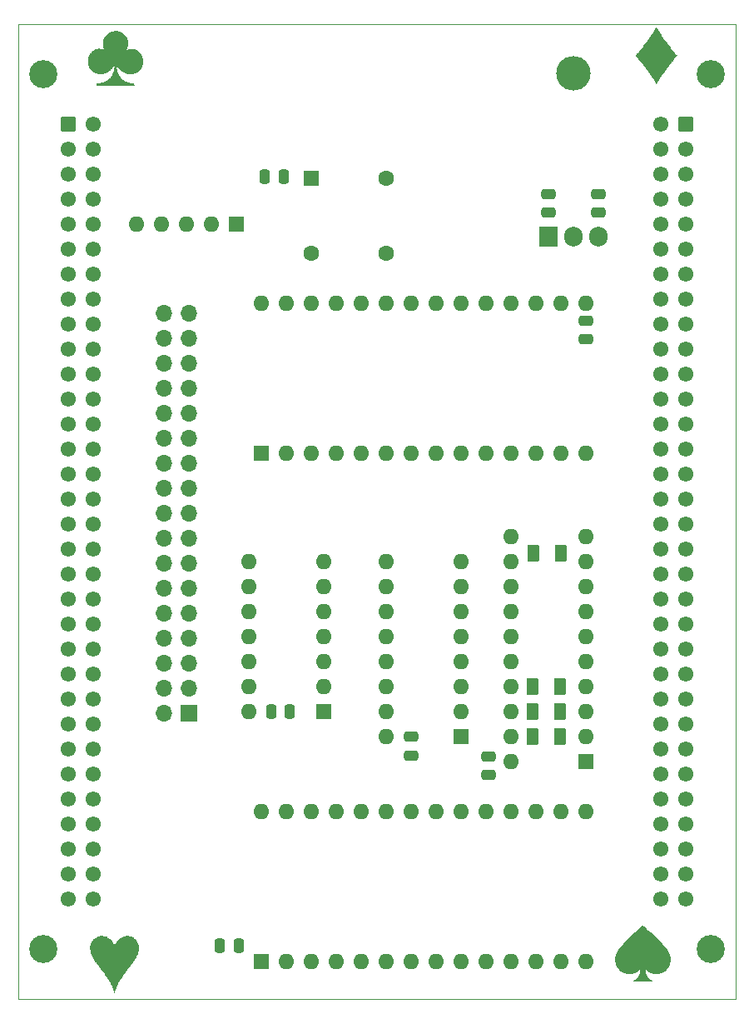
<source format=gbr>
%TF.GenerationSoftware,KiCad,Pcbnew,7.0.11+1*%
%TF.CreationDate,2024-05-07T21:52:51+02:00*%
%TF.ProjectId,QL_MiniTrump3,514c5f4d-696e-4695-9472-756d70332e6b,01*%
%TF.SameCoordinates,Original*%
%TF.FileFunction,Soldermask,Bot*%
%TF.FilePolarity,Negative*%
%FSLAX46Y46*%
G04 Gerber Fmt 4.6, Leading zero omitted, Abs format (unit mm)*
G04 Created by KiCad (PCBNEW 7.0.11+1) date 2024-05-07 21:52:51*
%MOMM*%
%LPD*%
G01*
G04 APERTURE LIST*
G04 Aperture macros list*
%AMRoundRect*
0 Rectangle with rounded corners*
0 $1 Rounding radius*
0 $2 $3 $4 $5 $6 $7 $8 $9 X,Y pos of 4 corners*
0 Add a 4 corners polygon primitive as box body*
4,1,4,$2,$3,$4,$5,$6,$7,$8,$9,$2,$3,0*
0 Add four circle primitives for the rounded corners*
1,1,$1+$1,$2,$3*
1,1,$1+$1,$4,$5*
1,1,$1+$1,$6,$7*
1,1,$1+$1,$8,$9*
0 Add four rect primitives between the rounded corners*
20,1,$1+$1,$2,$3,$4,$5,0*
20,1,$1+$1,$4,$5,$6,$7,0*
20,1,$1+$1,$6,$7,$8,$9,0*
20,1,$1+$1,$8,$9,$2,$3,0*%
G04 Aperture macros list end*
%ADD10C,0.010000*%
%ADD11C,0.300000*%
%ADD12O,3.500000X3.500000*%
%ADD13R,1.905000X2.000000*%
%ADD14O,1.905000X2.000000*%
%ADD15R,1.600000X1.600000*%
%ADD16O,1.600000X1.600000*%
%ADD17C,2.850000*%
%ADD18RoundRect,0.249999X-0.525001X0.525001X-0.525001X-0.525001X0.525001X-0.525001X0.525001X0.525001X0*%
%ADD19C,1.550000*%
%ADD20R,1.700000X1.700000*%
%ADD21O,1.700000X1.700000*%
%ADD22RoundRect,0.249999X0.525001X-0.525001X0.525001X0.525001X-0.525001X0.525001X-0.525001X-0.525001X0*%
%ADD23C,1.600000*%
%ADD24RoundRect,0.250000X0.475000X-0.250000X0.475000X0.250000X-0.475000X0.250000X-0.475000X-0.250000X0*%
%ADD25RoundRect,0.250000X-0.375000X-0.625000X0.375000X-0.625000X0.375000X0.625000X-0.375000X0.625000X0*%
%ADD26RoundRect,0.250000X-0.475000X0.250000X-0.475000X-0.250000X0.475000X-0.250000X0.475000X0.250000X0*%
%ADD27RoundRect,0.250000X0.375000X0.625000X-0.375000X0.625000X-0.375000X-0.625000X0.375000X-0.625000X0*%
%ADD28RoundRect,0.250000X-0.250000X-0.475000X0.250000X-0.475000X0.250000X0.475000X-0.250000X0.475000X0*%
%ADD29RoundRect,0.250000X0.250000X0.475000X-0.250000X0.475000X-0.250000X-0.475000X0.250000X-0.475000X0*%
%TA.AperFunction,Profile*%
%ADD30C,0.050000*%
%TD*%
G04 APERTURE END LIST*
D10*
X192129788Y-136104410D02*
X192353507Y-136288600D01*
X192583720Y-136483297D01*
X192702279Y-136586212D01*
X192823681Y-136693706D01*
X192948035Y-136806202D01*
X193074190Y-136922613D01*
X193200703Y-137041601D01*
X193326131Y-137161830D01*
X193449033Y-137281962D01*
X193567963Y-137400659D01*
X193681481Y-137516584D01*
X193788143Y-137628398D01*
X193886811Y-137735099D01*
X193977583Y-137836713D01*
X194060865Y-137933593D01*
X194137063Y-138026088D01*
X194206582Y-138114549D01*
X194269828Y-138199327D01*
X194327208Y-138280771D01*
X194379126Y-138359233D01*
X194403156Y-138397448D01*
X194425957Y-138435019D01*
X194447564Y-138471971D01*
X194468010Y-138508327D01*
X194487330Y-138544111D01*
X194505559Y-138579346D01*
X194522730Y-138614056D01*
X194538878Y-138648265D01*
X194554037Y-138681996D01*
X194568242Y-138715273D01*
X194593924Y-138780559D01*
X194616198Y-138844311D01*
X194635339Y-138906719D01*
X194651570Y-138968051D01*
X194658606Y-138998420D01*
X194664918Y-139028669D01*
X194670504Y-139058856D01*
X194675361Y-139089038D01*
X194679487Y-139119275D01*
X194682878Y-139149623D01*
X194685533Y-139180142D01*
X194687448Y-139210890D01*
X194688621Y-139241923D01*
X194689049Y-139273302D01*
X194688729Y-139305083D01*
X194687660Y-139337324D01*
X194685837Y-139370085D01*
X194683259Y-139403423D01*
X194675783Y-139471904D01*
X194665044Y-139542440D01*
X194658377Y-139578327D01*
X194650808Y-139614547D01*
X194642306Y-139651038D01*
X194632844Y-139687740D01*
X194622391Y-139724592D01*
X194610919Y-139761533D01*
X194598399Y-139798504D01*
X194584802Y-139835443D01*
X194570099Y-139872290D01*
X194554260Y-139908983D01*
X194537257Y-139945464D01*
X194519061Y-139981670D01*
X194499656Y-140017497D01*
X194479077Y-140052936D01*
X194457370Y-140087927D01*
X194434582Y-140122415D01*
X194410756Y-140156341D01*
X194385940Y-140189648D01*
X194360179Y-140222279D01*
X194333518Y-140254177D01*
X194306003Y-140285283D01*
X194277680Y-140315541D01*
X194248594Y-140344892D01*
X194218792Y-140373281D01*
X194188318Y-140400649D01*
X194157219Y-140426939D01*
X194125540Y-140452093D01*
X194093327Y-140476055D01*
X194060615Y-140498756D01*
X194027432Y-140520230D01*
X193993793Y-140540497D01*
X193959711Y-140559581D01*
X193925202Y-140577504D01*
X193890279Y-140594286D01*
X193854958Y-140609952D01*
X193819252Y-140624523D01*
X193783176Y-140638020D01*
X193746744Y-140650467D01*
X193709971Y-140661886D01*
X193672871Y-140672298D01*
X193635458Y-140681726D01*
X193597748Y-140690192D01*
X193559753Y-140697718D01*
X193521490Y-140704326D01*
X193482966Y-140710054D01*
X193444208Y-140714860D01*
X193405235Y-140718718D01*
X193366066Y-140721601D01*
X193326719Y-140723484D01*
X193287214Y-140724340D01*
X193247571Y-140724142D01*
X193207807Y-140722866D01*
X193167943Y-140720483D01*
X193127996Y-140716968D01*
X193087987Y-140712295D01*
X193047935Y-140706438D01*
X193007857Y-140699369D01*
X192967775Y-140691063D01*
X192927706Y-140681494D01*
X192887669Y-140670635D01*
X192847692Y-140658449D01*
X192807835Y-140644984D01*
X192768167Y-140630272D01*
X192728754Y-140614343D01*
X192689664Y-140597229D01*
X192650966Y-140578961D01*
X192612726Y-140559571D01*
X192575014Y-140539089D01*
X192537895Y-140517547D01*
X192501439Y-140494976D01*
X192465713Y-140471408D01*
X192430784Y-140446874D01*
X192396721Y-140421405D01*
X192363591Y-140395033D01*
X192331462Y-140367788D01*
X192300402Y-140339702D01*
X192278161Y-140318441D01*
X192256532Y-140296783D01*
X192235483Y-140274741D01*
X192214982Y-140252330D01*
X192194994Y-140229565D01*
X192175489Y-140206459D01*
X192156433Y-140183026D01*
X192137793Y-140159282D01*
X192142002Y-140244441D01*
X192146516Y-140325298D01*
X192151701Y-140402492D01*
X192157923Y-140476665D01*
X192162564Y-140522728D01*
X192167870Y-140568429D01*
X192173939Y-140613601D01*
X192180870Y-140658077D01*
X192188761Y-140701688D01*
X192197711Y-140744268D01*
X192207819Y-140785649D01*
X192219182Y-140825664D01*
X192225365Y-140845093D01*
X192231899Y-140864167D01*
X192238795Y-140882912D01*
X192246066Y-140901353D01*
X192253725Y-140919516D01*
X192261783Y-140937426D01*
X192270253Y-140955109D01*
X192279148Y-140972591D01*
X192288480Y-140989896D01*
X192298260Y-141007052D01*
X192308502Y-141024082D01*
X192319218Y-141041013D01*
X192330421Y-141057871D01*
X192342121Y-141074680D01*
X192354333Y-141091467D01*
X192367068Y-141108257D01*
X192380335Y-141125085D01*
X192394092Y-141141898D01*
X192408297Y-141158651D01*
X192422907Y-141175304D01*
X192437880Y-141191814D01*
X192453173Y-141208138D01*
X192468743Y-141224235D01*
X192484549Y-141240062D01*
X192500546Y-141255578D01*
X192516693Y-141270739D01*
X192532948Y-141285504D01*
X192549266Y-141299831D01*
X192565607Y-141313677D01*
X192581926Y-141327000D01*
X192598183Y-141339758D01*
X192614333Y-141351909D01*
X192630333Y-141363421D01*
X192646134Y-141374301D01*
X192661687Y-141384563D01*
X192676945Y-141394222D01*
X192691857Y-141403291D01*
X192706376Y-141411785D01*
X192720453Y-141419718D01*
X192734038Y-141427104D01*
X192759541Y-141440296D01*
X192782496Y-141451473D01*
X192802513Y-141460750D01*
X192819202Y-141468242D01*
X192831765Y-141474082D01*
X192835767Y-141476439D01*
X192837780Y-141478452D01*
X192837929Y-141479338D01*
X192837448Y-141480146D01*
X192834418Y-141481544D01*
X192828338Y-141482669D01*
X192818854Y-141483547D01*
X192788258Y-141484651D01*
X192739802Y-141485048D01*
X192578003Y-141484477D01*
X191909307Y-141481670D01*
X191240604Y-141484477D01*
X191147953Y-141484926D01*
X191110622Y-141485040D01*
X191078815Y-141485048D01*
X191052179Y-141484926D01*
X191030361Y-141484651D01*
X191013008Y-141484199D01*
X191005895Y-141483900D01*
X190999766Y-141483547D01*
X190994576Y-141483138D01*
X190990281Y-141482669D01*
X190986837Y-141482139D01*
X190984200Y-141481544D01*
X190982326Y-141480880D01*
X190981661Y-141480522D01*
X190981170Y-141480146D01*
X190980848Y-141479751D01*
X190980689Y-141479338D01*
X190980687Y-141478905D01*
X190980838Y-141478452D01*
X190981134Y-141477980D01*
X190981572Y-141477487D01*
X190982849Y-141476439D01*
X190984623Y-141475305D01*
X190986851Y-141474082D01*
X190992490Y-141471357D01*
X190999412Y-141468242D01*
X191036113Y-141451473D01*
X191059066Y-141440296D01*
X191084567Y-141427104D01*
X191112228Y-141411785D01*
X191141660Y-141394222D01*
X191156918Y-141384563D01*
X191172472Y-141374301D01*
X191188275Y-141363421D01*
X191204276Y-141351909D01*
X191220427Y-141339758D01*
X191236685Y-141327000D01*
X191253005Y-141313677D01*
X191269347Y-141299831D01*
X191285666Y-141285504D01*
X191301921Y-141270739D01*
X191334066Y-141240062D01*
X191365441Y-141208138D01*
X191380733Y-141191814D01*
X191395705Y-141175304D01*
X191410313Y-141158651D01*
X191424516Y-141141898D01*
X191438270Y-141125085D01*
X191451533Y-141108257D01*
X191464270Y-141091467D01*
X191476484Y-141074680D01*
X191488187Y-141057871D01*
X191499391Y-141041013D01*
X191510108Y-141024082D01*
X191520352Y-141007052D01*
X191530134Y-140989896D01*
X191539466Y-140972591D01*
X191548361Y-140955109D01*
X191556832Y-140937426D01*
X191564891Y-140919516D01*
X191572550Y-140901353D01*
X191579821Y-140882912D01*
X191586717Y-140864167D01*
X191593250Y-140845093D01*
X191599433Y-140825664D01*
X191610797Y-140785649D01*
X191620904Y-140744268D01*
X191629855Y-140701688D01*
X191637746Y-140658077D01*
X191644677Y-140613601D01*
X191650746Y-140568429D01*
X191656051Y-140522728D01*
X191660690Y-140476665D01*
X191666908Y-140402492D01*
X191672087Y-140325298D01*
X191676599Y-140244441D01*
X191680819Y-140159282D01*
X191662174Y-140182991D01*
X191643111Y-140206407D01*
X191623600Y-140229511D01*
X191603607Y-140252284D01*
X191583100Y-140274709D01*
X191562046Y-140296766D01*
X191540413Y-140318436D01*
X191518169Y-140339702D01*
X191487106Y-140367788D01*
X191454975Y-140395033D01*
X191421842Y-140421405D01*
X191387776Y-140446874D01*
X191352844Y-140471408D01*
X191317114Y-140494976D01*
X191280654Y-140517547D01*
X191243532Y-140539089D01*
X191205816Y-140559571D01*
X191167573Y-140578961D01*
X191128872Y-140597229D01*
X191089780Y-140614343D01*
X191050365Y-140630272D01*
X191010695Y-140644984D01*
X190970837Y-140658449D01*
X190930861Y-140670635D01*
X190880808Y-140683993D01*
X190830712Y-140695352D01*
X190780610Y-140704763D01*
X190730539Y-140712276D01*
X190680537Y-140717941D01*
X190630641Y-140721807D01*
X190580888Y-140723925D01*
X190531316Y-140724346D01*
X190501676Y-140723821D01*
X190472124Y-140722711D01*
X190442669Y-140721026D01*
X190413316Y-140718776D01*
X190384075Y-140715971D01*
X190354951Y-140712621D01*
X190325953Y-140708736D01*
X190297088Y-140704326D01*
X190258822Y-140697718D01*
X190220824Y-140690192D01*
X190183110Y-140681726D01*
X190145692Y-140672298D01*
X190108588Y-140661886D01*
X190071810Y-140650467D01*
X190035373Y-140638020D01*
X189999292Y-140624523D01*
X189963582Y-140609952D01*
X189928257Y-140594286D01*
X189893331Y-140577504D01*
X189858820Y-140559581D01*
X189824737Y-140540497D01*
X189791098Y-140520230D01*
X189757917Y-140498756D01*
X189725208Y-140476055D01*
X189692992Y-140452093D01*
X189661311Y-140426939D01*
X189630210Y-140400649D01*
X189599734Y-140373281D01*
X189569930Y-140344892D01*
X189540843Y-140315541D01*
X189512519Y-140285283D01*
X189485003Y-140254177D01*
X189458342Y-140222279D01*
X189432580Y-140189648D01*
X189407764Y-140156341D01*
X189383940Y-140122415D01*
X189361152Y-140087927D01*
X189339447Y-140052936D01*
X189318870Y-140017497D01*
X189299467Y-139981670D01*
X189281272Y-139945464D01*
X189264270Y-139908983D01*
X189248432Y-139872290D01*
X189233728Y-139835443D01*
X189220130Y-139798504D01*
X189207608Y-139761533D01*
X189196135Y-139724592D01*
X189185682Y-139687740D01*
X189176218Y-139651038D01*
X189167716Y-139614547D01*
X189160147Y-139578327D01*
X189153481Y-139542440D01*
X189142745Y-139471904D01*
X189135278Y-139403423D01*
X189132702Y-139370085D01*
X189130883Y-139337324D01*
X189129818Y-139305083D01*
X189129503Y-139273302D01*
X189129937Y-139241923D01*
X189131115Y-139210890D01*
X189133036Y-139180142D01*
X189135696Y-139149623D01*
X189139092Y-139119275D01*
X189143222Y-139089038D01*
X189148082Y-139058856D01*
X189153669Y-139028669D01*
X189159982Y-138998420D01*
X189167016Y-138968051D01*
X189183237Y-138906719D01*
X189202373Y-138844311D01*
X189224639Y-138780559D01*
X189250312Y-138715273D01*
X189279666Y-138648265D01*
X189312977Y-138579346D01*
X189350520Y-138508327D01*
X189392571Y-138435019D01*
X189439405Y-138359233D01*
X189491318Y-138280771D01*
X189548694Y-138199327D01*
X189611938Y-138114549D01*
X189681456Y-138026088D01*
X189757653Y-137933593D01*
X189840935Y-137836713D01*
X189931707Y-137735099D01*
X190030376Y-137628398D01*
X190137040Y-137516584D01*
X190250564Y-137400659D01*
X190369504Y-137281962D01*
X190492416Y-137161830D01*
X190617854Y-137041601D01*
X190744374Y-136922613D01*
X190870532Y-136806202D01*
X190994883Y-136693706D01*
X191116291Y-136586212D01*
X191234857Y-136483297D01*
X191350987Y-136384310D01*
X191465086Y-136288600D01*
X191688818Y-136104410D01*
X191909299Y-135925518D01*
X191909314Y-135925518D01*
X192129788Y-136104410D01*
G36*
X192129788Y-136104410D02*
G01*
X192353507Y-136288600D01*
X192583720Y-136483297D01*
X192702279Y-136586212D01*
X192823681Y-136693706D01*
X192948035Y-136806202D01*
X193074190Y-136922613D01*
X193200703Y-137041601D01*
X193326131Y-137161830D01*
X193449033Y-137281962D01*
X193567963Y-137400659D01*
X193681481Y-137516584D01*
X193788143Y-137628398D01*
X193886811Y-137735099D01*
X193977583Y-137836713D01*
X194060865Y-137933593D01*
X194137063Y-138026088D01*
X194206582Y-138114549D01*
X194269828Y-138199327D01*
X194327208Y-138280771D01*
X194379126Y-138359233D01*
X194403156Y-138397448D01*
X194425957Y-138435019D01*
X194447564Y-138471971D01*
X194468010Y-138508327D01*
X194487330Y-138544111D01*
X194505559Y-138579346D01*
X194522730Y-138614056D01*
X194538878Y-138648265D01*
X194554037Y-138681996D01*
X194568242Y-138715273D01*
X194593924Y-138780559D01*
X194616198Y-138844311D01*
X194635339Y-138906719D01*
X194651570Y-138968051D01*
X194658606Y-138998420D01*
X194664918Y-139028669D01*
X194670504Y-139058856D01*
X194675361Y-139089038D01*
X194679487Y-139119275D01*
X194682878Y-139149623D01*
X194685533Y-139180142D01*
X194687448Y-139210890D01*
X194688621Y-139241923D01*
X194689049Y-139273302D01*
X194688729Y-139305083D01*
X194687660Y-139337324D01*
X194685837Y-139370085D01*
X194683259Y-139403423D01*
X194675783Y-139471904D01*
X194665044Y-139542440D01*
X194658377Y-139578327D01*
X194650808Y-139614547D01*
X194642306Y-139651038D01*
X194632844Y-139687740D01*
X194622391Y-139724592D01*
X194610919Y-139761533D01*
X194598399Y-139798504D01*
X194584802Y-139835443D01*
X194570099Y-139872290D01*
X194554260Y-139908983D01*
X194537257Y-139945464D01*
X194519061Y-139981670D01*
X194499656Y-140017497D01*
X194479077Y-140052936D01*
X194457370Y-140087927D01*
X194434582Y-140122415D01*
X194410756Y-140156341D01*
X194385940Y-140189648D01*
X194360179Y-140222279D01*
X194333518Y-140254177D01*
X194306003Y-140285283D01*
X194277680Y-140315541D01*
X194248594Y-140344892D01*
X194218792Y-140373281D01*
X194188318Y-140400649D01*
X194157219Y-140426939D01*
X194125540Y-140452093D01*
X194093327Y-140476055D01*
X194060615Y-140498756D01*
X194027432Y-140520230D01*
X193993793Y-140540497D01*
X193959711Y-140559581D01*
X193925202Y-140577504D01*
X193890279Y-140594286D01*
X193854958Y-140609952D01*
X193819252Y-140624523D01*
X193783176Y-140638020D01*
X193746744Y-140650467D01*
X193709971Y-140661886D01*
X193672871Y-140672298D01*
X193635458Y-140681726D01*
X193597748Y-140690192D01*
X193559753Y-140697718D01*
X193521490Y-140704326D01*
X193482966Y-140710054D01*
X193444208Y-140714860D01*
X193405235Y-140718718D01*
X193366066Y-140721601D01*
X193326719Y-140723484D01*
X193287214Y-140724340D01*
X193247571Y-140724142D01*
X193207807Y-140722866D01*
X193167943Y-140720483D01*
X193127996Y-140716968D01*
X193087987Y-140712295D01*
X193047935Y-140706438D01*
X193007857Y-140699369D01*
X192967775Y-140691063D01*
X192927706Y-140681494D01*
X192887669Y-140670635D01*
X192847692Y-140658449D01*
X192807835Y-140644984D01*
X192768167Y-140630272D01*
X192728754Y-140614343D01*
X192689664Y-140597229D01*
X192650966Y-140578961D01*
X192612726Y-140559571D01*
X192575014Y-140539089D01*
X192537895Y-140517547D01*
X192501439Y-140494976D01*
X192465713Y-140471408D01*
X192430784Y-140446874D01*
X192396721Y-140421405D01*
X192363591Y-140395033D01*
X192331462Y-140367788D01*
X192300402Y-140339702D01*
X192278161Y-140318441D01*
X192256532Y-140296783D01*
X192235483Y-140274741D01*
X192214982Y-140252330D01*
X192194994Y-140229565D01*
X192175489Y-140206459D01*
X192156433Y-140183026D01*
X192137793Y-140159282D01*
X192142002Y-140244441D01*
X192146516Y-140325298D01*
X192151701Y-140402492D01*
X192157923Y-140476665D01*
X192162564Y-140522728D01*
X192167870Y-140568429D01*
X192173939Y-140613601D01*
X192180870Y-140658077D01*
X192188761Y-140701688D01*
X192197711Y-140744268D01*
X192207819Y-140785649D01*
X192219182Y-140825664D01*
X192225365Y-140845093D01*
X192231899Y-140864167D01*
X192238795Y-140882912D01*
X192246066Y-140901353D01*
X192253725Y-140919516D01*
X192261783Y-140937426D01*
X192270253Y-140955109D01*
X192279148Y-140972591D01*
X192288480Y-140989896D01*
X192298260Y-141007052D01*
X192308502Y-141024082D01*
X192319218Y-141041013D01*
X192330421Y-141057871D01*
X192342121Y-141074680D01*
X192354333Y-141091467D01*
X192367068Y-141108257D01*
X192380335Y-141125085D01*
X192394092Y-141141898D01*
X192408297Y-141158651D01*
X192422907Y-141175304D01*
X192437880Y-141191814D01*
X192453173Y-141208138D01*
X192468743Y-141224235D01*
X192484549Y-141240062D01*
X192500546Y-141255578D01*
X192516693Y-141270739D01*
X192532948Y-141285504D01*
X192549266Y-141299831D01*
X192565607Y-141313677D01*
X192581926Y-141327000D01*
X192598183Y-141339758D01*
X192614333Y-141351909D01*
X192630333Y-141363421D01*
X192646134Y-141374301D01*
X192661687Y-141384563D01*
X192676945Y-141394222D01*
X192691857Y-141403291D01*
X192706376Y-141411785D01*
X192720453Y-141419718D01*
X192734038Y-141427104D01*
X192759541Y-141440296D01*
X192782496Y-141451473D01*
X192802513Y-141460750D01*
X192819202Y-141468242D01*
X192831765Y-141474082D01*
X192835767Y-141476439D01*
X192837780Y-141478452D01*
X192837929Y-141479338D01*
X192837448Y-141480146D01*
X192834418Y-141481544D01*
X192828338Y-141482669D01*
X192818854Y-141483547D01*
X192788258Y-141484651D01*
X192739802Y-141485048D01*
X192578003Y-141484477D01*
X191909307Y-141481670D01*
X191240604Y-141484477D01*
X191147953Y-141484926D01*
X191110622Y-141485040D01*
X191078815Y-141485048D01*
X191052179Y-141484926D01*
X191030361Y-141484651D01*
X191013008Y-141484199D01*
X191005895Y-141483900D01*
X190999766Y-141483547D01*
X190994576Y-141483138D01*
X190990281Y-141482669D01*
X190986837Y-141482139D01*
X190984200Y-141481544D01*
X190982326Y-141480880D01*
X190981661Y-141480522D01*
X190981170Y-141480146D01*
X190980848Y-141479751D01*
X190980689Y-141479338D01*
X190980687Y-141478905D01*
X190980838Y-141478452D01*
X190981134Y-141477980D01*
X190981572Y-141477487D01*
X190982849Y-141476439D01*
X190984623Y-141475305D01*
X190986851Y-141474082D01*
X190992490Y-141471357D01*
X190999412Y-141468242D01*
X191036113Y-141451473D01*
X191059066Y-141440296D01*
X191084567Y-141427104D01*
X191112228Y-141411785D01*
X191141660Y-141394222D01*
X191156918Y-141384563D01*
X191172472Y-141374301D01*
X191188275Y-141363421D01*
X191204276Y-141351909D01*
X191220427Y-141339758D01*
X191236685Y-141327000D01*
X191253005Y-141313677D01*
X191269347Y-141299831D01*
X191285666Y-141285504D01*
X191301921Y-141270739D01*
X191334066Y-141240062D01*
X191365441Y-141208138D01*
X191380733Y-141191814D01*
X191395705Y-141175304D01*
X191410313Y-141158651D01*
X191424516Y-141141898D01*
X191438270Y-141125085D01*
X191451533Y-141108257D01*
X191464270Y-141091467D01*
X191476484Y-141074680D01*
X191488187Y-141057871D01*
X191499391Y-141041013D01*
X191510108Y-141024082D01*
X191520352Y-141007052D01*
X191530134Y-140989896D01*
X191539466Y-140972591D01*
X191548361Y-140955109D01*
X191556832Y-140937426D01*
X191564891Y-140919516D01*
X191572550Y-140901353D01*
X191579821Y-140882912D01*
X191586717Y-140864167D01*
X191593250Y-140845093D01*
X191599433Y-140825664D01*
X191610797Y-140785649D01*
X191620904Y-140744268D01*
X191629855Y-140701688D01*
X191637746Y-140658077D01*
X191644677Y-140613601D01*
X191650746Y-140568429D01*
X191656051Y-140522728D01*
X191660690Y-140476665D01*
X191666908Y-140402492D01*
X191672087Y-140325298D01*
X191676599Y-140244441D01*
X191680819Y-140159282D01*
X191662174Y-140182991D01*
X191643111Y-140206407D01*
X191623600Y-140229511D01*
X191603607Y-140252284D01*
X191583100Y-140274709D01*
X191562046Y-140296766D01*
X191540413Y-140318436D01*
X191518169Y-140339702D01*
X191487106Y-140367788D01*
X191454975Y-140395033D01*
X191421842Y-140421405D01*
X191387776Y-140446874D01*
X191352844Y-140471408D01*
X191317114Y-140494976D01*
X191280654Y-140517547D01*
X191243532Y-140539089D01*
X191205816Y-140559571D01*
X191167573Y-140578961D01*
X191128872Y-140597229D01*
X191089780Y-140614343D01*
X191050365Y-140630272D01*
X191010695Y-140644984D01*
X190970837Y-140658449D01*
X190930861Y-140670635D01*
X190880808Y-140683993D01*
X190830712Y-140695352D01*
X190780610Y-140704763D01*
X190730539Y-140712276D01*
X190680537Y-140717941D01*
X190630641Y-140721807D01*
X190580888Y-140723925D01*
X190531316Y-140724346D01*
X190501676Y-140723821D01*
X190472124Y-140722711D01*
X190442669Y-140721026D01*
X190413316Y-140718776D01*
X190384075Y-140715971D01*
X190354951Y-140712621D01*
X190325953Y-140708736D01*
X190297088Y-140704326D01*
X190258822Y-140697718D01*
X190220824Y-140690192D01*
X190183110Y-140681726D01*
X190145692Y-140672298D01*
X190108588Y-140661886D01*
X190071810Y-140650467D01*
X190035373Y-140638020D01*
X189999292Y-140624523D01*
X189963582Y-140609952D01*
X189928257Y-140594286D01*
X189893331Y-140577504D01*
X189858820Y-140559581D01*
X189824737Y-140540497D01*
X189791098Y-140520230D01*
X189757917Y-140498756D01*
X189725208Y-140476055D01*
X189692992Y-140452093D01*
X189661311Y-140426939D01*
X189630210Y-140400649D01*
X189599734Y-140373281D01*
X189569930Y-140344892D01*
X189540843Y-140315541D01*
X189512519Y-140285283D01*
X189485003Y-140254177D01*
X189458342Y-140222279D01*
X189432580Y-140189648D01*
X189407764Y-140156341D01*
X189383940Y-140122415D01*
X189361152Y-140087927D01*
X189339447Y-140052936D01*
X189318870Y-140017497D01*
X189299467Y-139981670D01*
X189281272Y-139945464D01*
X189264270Y-139908983D01*
X189248432Y-139872290D01*
X189233728Y-139835443D01*
X189220130Y-139798504D01*
X189207608Y-139761533D01*
X189196135Y-139724592D01*
X189185682Y-139687740D01*
X189176218Y-139651038D01*
X189167716Y-139614547D01*
X189160147Y-139578327D01*
X189153481Y-139542440D01*
X189142745Y-139471904D01*
X189135278Y-139403423D01*
X189132702Y-139370085D01*
X189130883Y-139337324D01*
X189129818Y-139305083D01*
X189129503Y-139273302D01*
X189129937Y-139241923D01*
X189131115Y-139210890D01*
X189133036Y-139180142D01*
X189135696Y-139149623D01*
X189139092Y-139119275D01*
X189143222Y-139089038D01*
X189148082Y-139058856D01*
X189153669Y-139028669D01*
X189159982Y-138998420D01*
X189167016Y-138968051D01*
X189183237Y-138906719D01*
X189202373Y-138844311D01*
X189224639Y-138780559D01*
X189250312Y-138715273D01*
X189279666Y-138648265D01*
X189312977Y-138579346D01*
X189350520Y-138508327D01*
X189392571Y-138435019D01*
X189439405Y-138359233D01*
X189491318Y-138280771D01*
X189548694Y-138199327D01*
X189611938Y-138114549D01*
X189681456Y-138026088D01*
X189757653Y-137933593D01*
X189840935Y-137836713D01*
X189931707Y-137735099D01*
X190030376Y-137628398D01*
X190137040Y-137516584D01*
X190250564Y-137400659D01*
X190369504Y-137281962D01*
X190492416Y-137161830D01*
X190617854Y-137041601D01*
X190744374Y-136922613D01*
X190870532Y-136806202D01*
X190994883Y-136693706D01*
X191116291Y-136586212D01*
X191234857Y-136483297D01*
X191350987Y-136384310D01*
X191465086Y-136288600D01*
X191688818Y-136104410D01*
X191909299Y-135925518D01*
X191909314Y-135925518D01*
X192129788Y-136104410D01*
G37*
D11*
G36*
X138193888Y-142785698D02*
G01*
X138217574Y-142698516D01*
X138241781Y-142613258D01*
X138266509Y-142529923D01*
X138291758Y-142448511D01*
X138317529Y-142369022D01*
X138343820Y-142291456D01*
X138370633Y-142215813D01*
X138397967Y-142142094D01*
X138425822Y-142070298D01*
X138454198Y-142000425D01*
X138483095Y-141932475D01*
X138512513Y-141866448D01*
X138542453Y-141802345D01*
X138572913Y-141740164D01*
X138603895Y-141679907D01*
X138635397Y-141621573D01*
X138669040Y-141562203D01*
X138706443Y-141498838D01*
X138747605Y-141431477D01*
X138792526Y-141360122D01*
X138841207Y-141284771D01*
X138893648Y-141205424D01*
X138949848Y-141122083D01*
X139009807Y-141034746D01*
X139073526Y-140943414D01*
X139141005Y-140848087D01*
X139212242Y-140748765D01*
X139287240Y-140645447D01*
X139326148Y-140592290D01*
X139365997Y-140538135D01*
X139406785Y-140482980D01*
X139448513Y-140426827D01*
X139491181Y-140369674D01*
X139534789Y-140311523D01*
X139579336Y-140252374D01*
X139624824Y-140192225D01*
X139690708Y-140104739D01*
X139753366Y-140021348D01*
X139812798Y-139942052D01*
X139869004Y-139866850D01*
X139921985Y-139795742D01*
X139971739Y-139728729D01*
X140018267Y-139665810D01*
X140061569Y-139606986D01*
X140101646Y-139552257D01*
X140155711Y-139477839D01*
X140202519Y-139412635D01*
X140242068Y-139356642D01*
X140283509Y-139296317D01*
X140291853Y-139283795D01*
X140329871Y-139224387D01*
X140365908Y-139165873D01*
X140399962Y-139108253D01*
X140432034Y-139051526D01*
X140471713Y-138977279D01*
X140507868Y-138904620D01*
X140540500Y-138833550D01*
X140569608Y-138764068D01*
X140595193Y-138696174D01*
X140617154Y-138628975D01*
X140636187Y-138561577D01*
X140652292Y-138493981D01*
X140665469Y-138426186D01*
X140675718Y-138358192D01*
X140683038Y-138290001D01*
X140687430Y-138221610D01*
X140688894Y-138153021D01*
X140687548Y-138088961D01*
X140680480Y-137995337D01*
X140667355Y-137904672D01*
X140648171Y-137816966D01*
X140622930Y-137732220D01*
X140591630Y-137650432D01*
X140554273Y-137571604D01*
X140510857Y-137495735D01*
X140461384Y-137422826D01*
X140405852Y-137352875D01*
X140344263Y-137285884D01*
X140277923Y-137223443D01*
X140208735Y-137167143D01*
X140136700Y-137116986D01*
X140061817Y-137072970D01*
X139984087Y-137035096D01*
X139903510Y-137003364D01*
X139820085Y-136977773D01*
X139733812Y-136958325D01*
X139644692Y-136945017D01*
X139552724Y-136937852D01*
X139489830Y-136936487D01*
X139395131Y-136939670D01*
X139302805Y-136949217D01*
X139212852Y-136965130D01*
X139125272Y-136987408D01*
X139040065Y-137016051D01*
X138957230Y-137051058D01*
X138876769Y-137092431D01*
X138798681Y-137140169D01*
X138722965Y-137194272D01*
X138649623Y-137254741D01*
X138602046Y-137298589D01*
X138550451Y-137349537D01*
X138501675Y-137402328D01*
X138455719Y-137456962D01*
X138412583Y-137513438D01*
X138372266Y-137571756D01*
X138334769Y-137631917D01*
X138300091Y-137693921D01*
X138268234Y-137757767D01*
X138239195Y-137823456D01*
X138212977Y-137890987D01*
X138197064Y-137937031D01*
X138175889Y-137870203D01*
X138151671Y-137804909D01*
X138124410Y-137741152D01*
X138094106Y-137678929D01*
X138060759Y-137618243D01*
X138024370Y-137559091D01*
X137984937Y-137501475D01*
X137942461Y-137445395D01*
X137896943Y-137390850D01*
X137848381Y-137337840D01*
X137814316Y-137303353D01*
X137765604Y-137258351D01*
X137715949Y-137216252D01*
X137665351Y-137177057D01*
X137587686Y-137123708D01*
X137507900Y-137076891D01*
X137425991Y-137036607D01*
X137341961Y-137002855D01*
X137255810Y-136975636D01*
X137167536Y-136954950D01*
X137077141Y-136940796D01*
X136984624Y-136933174D01*
X136921768Y-136931723D01*
X136828725Y-136934780D01*
X136738391Y-136943950D01*
X136650764Y-136959235D01*
X136565845Y-136980633D01*
X136483634Y-137008145D01*
X136404131Y-137041771D01*
X136327337Y-137081511D01*
X136253250Y-137127365D01*
X136181871Y-137179332D01*
X136113200Y-137237413D01*
X136068923Y-137279531D01*
X136006199Y-137345917D01*
X135949643Y-137414649D01*
X135899258Y-137485726D01*
X135855042Y-137559147D01*
X135816996Y-137634914D01*
X135785119Y-137713025D01*
X135759413Y-137793482D01*
X135739875Y-137876284D01*
X135726508Y-137961430D01*
X135719310Y-138048922D01*
X135717939Y-138108553D01*
X135719698Y-138186241D01*
X135724974Y-138264460D01*
X135733768Y-138343209D01*
X135746079Y-138422488D01*
X135761908Y-138502298D01*
X135781255Y-138582639D01*
X135804119Y-138663509D01*
X135830500Y-138744911D01*
X135860399Y-138826842D01*
X135893816Y-138909304D01*
X135918048Y-138964574D01*
X135958792Y-139049999D01*
X135989538Y-139109556D01*
X136023150Y-139171196D01*
X136059628Y-139234921D01*
X136098973Y-139300731D01*
X136141183Y-139368625D01*
X136186260Y-139438604D01*
X136234203Y-139510667D01*
X136285011Y-139584814D01*
X136338686Y-139661046D01*
X136395228Y-139739362D01*
X136454635Y-139819763D01*
X136516908Y-139902248D01*
X136582048Y-139986818D01*
X136650054Y-140073472D01*
X136685131Y-140117581D01*
X136730305Y-140174927D01*
X136774707Y-140231625D01*
X136818337Y-140287675D01*
X136861194Y-140343076D01*
X136903279Y-140397829D01*
X136944591Y-140451933D01*
X136985131Y-140505390D01*
X137024899Y-140558198D01*
X137063894Y-140610357D01*
X137102117Y-140661869D01*
X137176246Y-140762947D01*
X137247286Y-140861432D01*
X137315236Y-140957323D01*
X137380096Y-141050622D01*
X137441867Y-141141327D01*
X137500548Y-141229439D01*
X137556140Y-141314958D01*
X137608643Y-141397884D01*
X137658056Y-141478216D01*
X137704379Y-141555956D01*
X137747613Y-141631102D01*
X137779879Y-141689771D01*
X137811562Y-141750239D01*
X137842661Y-141812507D01*
X137873178Y-141876573D01*
X137903111Y-141942438D01*
X137932461Y-142010103D01*
X137961228Y-142079566D01*
X137989411Y-142150829D01*
X138017012Y-142223891D01*
X138044029Y-142298752D01*
X138070464Y-142375412D01*
X138096315Y-142453871D01*
X138121583Y-142534129D01*
X138146267Y-142616186D01*
X138170369Y-142700042D01*
X138193888Y-142785698D01*
G37*
G36*
X193331105Y-44551902D02*
G01*
X193275191Y-44645305D01*
X193218221Y-44738908D01*
X193160198Y-44832709D01*
X193101119Y-44926708D01*
X193040986Y-45020906D01*
X192979798Y-45115303D01*
X192917556Y-45209898D01*
X192854259Y-45304692D01*
X192789907Y-45399684D01*
X192724501Y-45494874D01*
X192658040Y-45590263D01*
X192590524Y-45685851D01*
X192521954Y-45781637D01*
X192452329Y-45877622D01*
X192381649Y-45973805D01*
X192309915Y-46070187D01*
X192268350Y-46125580D01*
X192227231Y-46180192D01*
X192186560Y-46234022D01*
X192146334Y-46287071D01*
X192106556Y-46339337D01*
X192067224Y-46390823D01*
X192028339Y-46441526D01*
X191951908Y-46540588D01*
X191877264Y-46636523D01*
X191804407Y-46729331D01*
X191733337Y-46819013D01*
X191664053Y-46905568D01*
X191596556Y-46988996D01*
X191530846Y-47069298D01*
X191466922Y-47146473D01*
X191404785Y-47220521D01*
X191344435Y-47291442D01*
X191285872Y-47359237D01*
X191229095Y-47423905D01*
X191201376Y-47455067D01*
X191247768Y-47505119D01*
X191297212Y-47559985D01*
X191349708Y-47619665D01*
X191405257Y-47684159D01*
X191463858Y-47753468D01*
X191525511Y-47827590D01*
X191590216Y-47906527D01*
X191657974Y-47990278D01*
X191728783Y-48078843D01*
X191802646Y-48172222D01*
X191879560Y-48270415D01*
X191919162Y-48321317D01*
X191959526Y-48373423D01*
X192000654Y-48426732D01*
X192042545Y-48481244D01*
X192085199Y-48536960D01*
X192128616Y-48593880D01*
X192172796Y-48652003D01*
X192217740Y-48711330D01*
X192263446Y-48771860D01*
X192309915Y-48833594D01*
X192384795Y-48934498D01*
X192458160Y-49034720D01*
X192530013Y-49134259D01*
X192600351Y-49233116D01*
X192669175Y-49331291D01*
X192736486Y-49428783D01*
X192802284Y-49525593D01*
X192866567Y-49621720D01*
X192929337Y-49717165D01*
X192990593Y-49811928D01*
X193050335Y-49906008D01*
X193108564Y-49999406D01*
X193165278Y-50092121D01*
X193220480Y-50184154D01*
X193274167Y-50275504D01*
X193326341Y-50366172D01*
X193357389Y-50307296D01*
X193389191Y-50248586D01*
X193421747Y-50190044D01*
X193455056Y-50131670D01*
X193489120Y-50073463D01*
X193523937Y-50015424D01*
X193559508Y-49957552D01*
X193595832Y-49899848D01*
X193632911Y-49842311D01*
X193670743Y-49784941D01*
X193696383Y-49746788D01*
X193742322Y-49679390D01*
X193789613Y-49610603D01*
X193838257Y-49540426D01*
X193888253Y-49468859D01*
X193939602Y-49395903D01*
X193992303Y-49321557D01*
X194046356Y-49245822D01*
X194101762Y-49168696D01*
X194158520Y-49090181D01*
X194216631Y-49010277D01*
X194276094Y-48928983D01*
X194336910Y-48846299D01*
X194399078Y-48762225D01*
X194462598Y-48676762D01*
X194527471Y-48589910D01*
X194593696Y-48501667D01*
X194644435Y-48435419D01*
X194689284Y-48378287D01*
X194744936Y-48308117D01*
X194788040Y-48254095D01*
X194835945Y-48194278D01*
X194888653Y-48128667D01*
X194946162Y-48057262D01*
X195008472Y-47980062D01*
X195075585Y-47897068D01*
X195147499Y-47808280D01*
X195224214Y-47713697D01*
X195264373Y-47664233D01*
X195305732Y-47613320D01*
X195348291Y-47560959D01*
X195392051Y-47507149D01*
X195437012Y-47451890D01*
X195376357Y-47382408D01*
X195313904Y-47309750D01*
X195249651Y-47233915D01*
X195183600Y-47154903D01*
X195115749Y-47072716D01*
X195046100Y-46987352D01*
X194974651Y-46898812D01*
X194901403Y-46807095D01*
X194826356Y-46712203D01*
X194749510Y-46614133D01*
X194710412Y-46563908D01*
X194670865Y-46512888D01*
X194630867Y-46461074D01*
X194590420Y-46408466D01*
X194549524Y-46355064D01*
X194508177Y-46300868D01*
X194466381Y-46245878D01*
X194424135Y-46190093D01*
X194381439Y-46133515D01*
X194338293Y-46076143D01*
X194294698Y-46017976D01*
X194250652Y-45959015D01*
X194185457Y-45871071D01*
X194121292Y-45783126D01*
X194058156Y-45695182D01*
X193996050Y-45607237D01*
X193934974Y-45519292D01*
X193874927Y-45431348D01*
X193815911Y-45343403D01*
X193757924Y-45255458D01*
X193700968Y-45167514D01*
X193645041Y-45079569D01*
X193590143Y-44991625D01*
X193536276Y-44903680D01*
X193483439Y-44815735D01*
X193431631Y-44727791D01*
X193380853Y-44639846D01*
X193331105Y-44551902D01*
G37*
G36*
X136332399Y-50583592D02*
G01*
X140248813Y-50583592D01*
X140188463Y-50337426D01*
X140095624Y-50317425D01*
X140006891Y-50297523D01*
X139922265Y-50277721D01*
X139841747Y-50258018D01*
X139765335Y-50238414D01*
X139693030Y-50218909D01*
X139624832Y-50199504D01*
X139560741Y-50180198D01*
X139472305Y-50151425D01*
X139393109Y-50122875D01*
X139323154Y-50094548D01*
X139262439Y-50066445D01*
X139195860Y-50029322D01*
X139131451Y-49986330D01*
X139069247Y-49939541D01*
X139009249Y-49888956D01*
X138951456Y-49834573D01*
X138895869Y-49776394D01*
X138842487Y-49714419D01*
X138791311Y-49648646D01*
X138742340Y-49579077D01*
X138695574Y-49505712D01*
X138651014Y-49428549D01*
X138622533Y-49374998D01*
X138582514Y-49292704D01*
X138546431Y-49209600D01*
X138514285Y-49125686D01*
X138486074Y-49040962D01*
X138461801Y-48955430D01*
X138441463Y-48869087D01*
X138425062Y-48781935D01*
X138412597Y-48693973D01*
X138404068Y-48605202D01*
X138399476Y-48515621D01*
X138398601Y-48455451D01*
X138390344Y-48392396D01*
X138381132Y-48385572D01*
X138421006Y-48469048D01*
X138464399Y-48549146D01*
X138511308Y-48625867D01*
X138561736Y-48699209D01*
X138615681Y-48769174D01*
X138673143Y-48835760D01*
X138734123Y-48898969D01*
X138798620Y-48958800D01*
X138866635Y-49015253D01*
X138938168Y-49068327D01*
X138987810Y-49101834D01*
X139063600Y-49148665D01*
X139139697Y-49190889D01*
X139216101Y-49228507D01*
X139292813Y-49261519D01*
X139369831Y-49289924D01*
X139447156Y-49313724D01*
X139524788Y-49332916D01*
X139602728Y-49347503D01*
X139680975Y-49357483D01*
X139759528Y-49362857D01*
X139812068Y-49363881D01*
X139878926Y-49362411D01*
X139944506Y-49358000D01*
X140008808Y-49350648D01*
X140071832Y-49340356D01*
X140163972Y-49319405D01*
X140253236Y-49291837D01*
X140339626Y-49257652D01*
X140423139Y-49216852D01*
X140503777Y-49169435D01*
X140581540Y-49115401D01*
X140631784Y-49075704D01*
X140680751Y-49033065D01*
X140728439Y-48987486D01*
X140774018Y-48939767D01*
X140816657Y-48890707D01*
X140856354Y-48840308D01*
X140910388Y-48762196D01*
X140957805Y-48681069D01*
X140998605Y-48596928D01*
X141032790Y-48509771D01*
X141060358Y-48419599D01*
X141081309Y-48326412D01*
X141091601Y-48262613D01*
X141098953Y-48197473D01*
X141103364Y-48130994D01*
X141104834Y-48063174D01*
X141103488Y-47996341D01*
X141099449Y-47930835D01*
X141092718Y-47866657D01*
X141083294Y-47803807D01*
X141064111Y-47712021D01*
X141038869Y-47623222D01*
X141007570Y-47537409D01*
X140970212Y-47454584D01*
X140926797Y-47374747D01*
X140877323Y-47297896D01*
X140821792Y-47224032D01*
X140760202Y-47153156D01*
X140694732Y-47087025D01*
X140627559Y-47027399D01*
X140558684Y-46974278D01*
X140488105Y-46927661D01*
X140415823Y-46887549D01*
X140341839Y-46853942D01*
X140266151Y-46826839D01*
X140188761Y-46806241D01*
X140109667Y-46792148D01*
X140028871Y-46784559D01*
X139974061Y-46783113D01*
X139903263Y-46785570D01*
X139831424Y-46792940D01*
X139758542Y-46805224D01*
X139684618Y-46822420D01*
X139609651Y-46844531D01*
X139533643Y-46871554D01*
X139456592Y-46903491D01*
X139398120Y-46930668D01*
X139378499Y-46940342D01*
X139414568Y-46877324D01*
X139447733Y-46814529D01*
X139477995Y-46751958D01*
X139505354Y-46689610D01*
X139529809Y-46627486D01*
X139537315Y-46606827D01*
X139557285Y-46543940D01*
X139573124Y-46479154D01*
X139584830Y-46412469D01*
X139592405Y-46343887D01*
X139595848Y-46273406D01*
X139596078Y-46249490D01*
X139594638Y-46183823D01*
X139590320Y-46119434D01*
X139578446Y-46025247D01*
X139560096Y-45933935D01*
X139535268Y-45845499D01*
X139503964Y-45759938D01*
X139466183Y-45677253D01*
X139421925Y-45597443D01*
X139371191Y-45520509D01*
X139313980Y-45446449D01*
X139250292Y-45375266D01*
X139227623Y-45352177D01*
X139180866Y-45307560D01*
X139132706Y-45265821D01*
X139057837Y-45208609D01*
X138979814Y-45157875D01*
X138898636Y-45113617D01*
X138814303Y-45075836D01*
X138726816Y-45044532D01*
X138636175Y-45019705D01*
X138542378Y-45001354D01*
X138478095Y-44992718D01*
X138412409Y-44986961D01*
X138345322Y-44984083D01*
X138311252Y-44983723D01*
X138243631Y-44985162D01*
X138177350Y-44989480D01*
X138112409Y-44996676D01*
X138048808Y-45006751D01*
X137986547Y-45019705D01*
X137895668Y-45044532D01*
X137807804Y-45075836D01*
X137722955Y-45113617D01*
X137641121Y-45157875D01*
X137562302Y-45208609D01*
X137486499Y-45265821D01*
X137437638Y-45307560D01*
X137390117Y-45352177D01*
X137344730Y-45398587D01*
X137302271Y-45446102D01*
X137244074Y-45519445D01*
X137192465Y-45595272D01*
X137147444Y-45673583D01*
X137109012Y-45754380D01*
X137077168Y-45837661D01*
X137051912Y-45923426D01*
X137033245Y-46011676D01*
X137021166Y-46102411D01*
X137015676Y-46195630D01*
X137015310Y-46227256D01*
X137017111Y-46303618D01*
X137022512Y-46377858D01*
X137031516Y-46449977D01*
X137044120Y-46519974D01*
X137060326Y-46587850D01*
X137080133Y-46653604D01*
X137103541Y-46717236D01*
X137130551Y-46778746D01*
X137161162Y-46838135D01*
X137195374Y-46895402D01*
X137220183Y-46932401D01*
X137159681Y-46903910D01*
X137095062Y-46874430D01*
X137030683Y-46846528D01*
X136965329Y-46820928D01*
X136937490Y-46811700D01*
X136871879Y-46795719D01*
X136802099Y-46784305D01*
X136737621Y-46778062D01*
X136669952Y-46775315D01*
X136650032Y-46775173D01*
X136563289Y-46778383D01*
X136478752Y-46788014D01*
X136396420Y-46804067D01*
X136316294Y-46826540D01*
X136238373Y-46855434D01*
X136162658Y-46890749D01*
X136089148Y-46932485D01*
X136017843Y-46980641D01*
X135948744Y-47035219D01*
X135881850Y-47096218D01*
X135838480Y-47140450D01*
X135777174Y-47210462D01*
X135721899Y-47283516D01*
X135672653Y-47359613D01*
X135629438Y-47438752D01*
X135592252Y-47520935D01*
X135561097Y-47606161D01*
X135535972Y-47694430D01*
X135516877Y-47785742D01*
X135503811Y-47880096D01*
X135498451Y-47944690D01*
X135495771Y-48010636D01*
X135495436Y-48044116D01*
X135496900Y-48113102D01*
X135501293Y-48180698D01*
X135508613Y-48246905D01*
X135518862Y-48311722D01*
X135532039Y-48375149D01*
X135548144Y-48437187D01*
X135567177Y-48497835D01*
X135601217Y-48586201D01*
X135641845Y-48671441D01*
X135689062Y-48753554D01*
X135724200Y-48806559D01*
X135762267Y-48858175D01*
X135803261Y-48908400D01*
X135847184Y-48957236D01*
X135870243Y-48981133D01*
X135917683Y-49026905D01*
X135966302Y-49069723D01*
X136016100Y-49109589D01*
X136093007Y-49163850D01*
X136172565Y-49211467D01*
X136254776Y-49252440D01*
X136339639Y-49286768D01*
X136427154Y-49314452D01*
X136517321Y-49335493D01*
X136610140Y-49349888D01*
X136673493Y-49355794D01*
X136738025Y-49358747D01*
X136770733Y-49359117D01*
X136844011Y-49356933D01*
X136917737Y-49350382D01*
X136991909Y-49339463D01*
X137066528Y-49324177D01*
X137141594Y-49304523D01*
X137217106Y-49280502D01*
X137293065Y-49252114D01*
X137369471Y-49219358D01*
X137444834Y-49182905D01*
X137517666Y-49143424D01*
X137587967Y-49100916D01*
X137655737Y-49055380D01*
X137720976Y-49006817D01*
X137783684Y-48955226D01*
X137843860Y-48900608D01*
X137901506Y-48842963D01*
X137951469Y-48788424D01*
X138000115Y-48731016D01*
X138047442Y-48670739D01*
X138093450Y-48607592D01*
X138129308Y-48555009D01*
X138164322Y-48500589D01*
X138198493Y-48444334D01*
X138194519Y-48537837D01*
X138187363Y-48629553D01*
X138177024Y-48719483D01*
X138163503Y-48807626D01*
X138146800Y-48893983D01*
X138126914Y-48978553D01*
X138103845Y-49061336D01*
X138077594Y-49142332D01*
X138048160Y-49221542D01*
X138015543Y-49298965D01*
X137992031Y-49349588D01*
X137953901Y-49423726D01*
X137912170Y-49495463D01*
X137866838Y-49564799D01*
X137817904Y-49631735D01*
X137765369Y-49696270D01*
X137709232Y-49758403D01*
X137649495Y-49818136D01*
X137586156Y-49875469D01*
X137519216Y-49930400D01*
X137448674Y-49982930D01*
X137399646Y-50016617D01*
X137345147Y-50049661D01*
X137282301Y-50082091D01*
X137211109Y-50113907D01*
X137131569Y-50145109D01*
X137043681Y-50175697D01*
X136980452Y-50195747D01*
X136913514Y-50215525D01*
X136842865Y-50235030D01*
X136768507Y-50254261D01*
X136690439Y-50273220D01*
X136608661Y-50291906D01*
X136523173Y-50310319D01*
X136433975Y-50328458D01*
X136387985Y-50337426D01*
X136332399Y-50583592D01*
G37*
D12*
%TO.C,U18*%
X184912000Y-49253000D03*
D13*
X182372000Y-65913000D03*
D14*
X184912000Y-65913000D03*
X187452000Y-65913000D03*
%TD*%
D15*
%TO.C,U14*%
X153162000Y-139573000D03*
D16*
X155702000Y-139573000D03*
X158242000Y-139573000D03*
X160782000Y-139573000D03*
X163322000Y-139573000D03*
X165862000Y-139573000D03*
X168402000Y-139573000D03*
X170942000Y-139573000D03*
X173482000Y-139573000D03*
X176022000Y-139573000D03*
X178562000Y-139573000D03*
X181102000Y-139573000D03*
X183642000Y-139573000D03*
X186182000Y-139573000D03*
X186182000Y-124333000D03*
X183642000Y-124333000D03*
X181102000Y-124333000D03*
X178562000Y-124333000D03*
X176022000Y-124333000D03*
X173482000Y-124333000D03*
X170942000Y-124333000D03*
X168402000Y-124333000D03*
X165862000Y-124333000D03*
X163322000Y-124333000D03*
X160782000Y-124333000D03*
X158242000Y-124333000D03*
X155702000Y-124333000D03*
X153162000Y-124333000D03*
%TD*%
D17*
%TO.C,J1*%
X130937000Y-138303000D03*
X130937000Y-49403000D03*
D18*
X133477000Y-54483000D03*
D19*
X133477000Y-57023000D03*
X133477000Y-59563000D03*
X133477000Y-62103000D03*
X133477000Y-64643000D03*
X133477000Y-67183000D03*
X133477000Y-69723000D03*
X133477000Y-72263000D03*
X133477000Y-74803000D03*
X133477000Y-77343000D03*
X133477000Y-79883000D03*
X133477000Y-82423000D03*
X133477000Y-84963000D03*
X133477000Y-87503000D03*
X133477000Y-90043000D03*
X133477000Y-92583000D03*
X133477000Y-95123000D03*
X133477000Y-97663000D03*
X133477000Y-100203000D03*
X133477000Y-102743000D03*
X133477000Y-105283000D03*
X133477000Y-107823000D03*
X133477000Y-110363000D03*
X133477000Y-112903000D03*
X133477000Y-115443000D03*
X133477000Y-117983000D03*
X133477000Y-120523000D03*
X133477000Y-123063000D03*
X133477000Y-125603000D03*
X133477000Y-128143000D03*
X133477000Y-130683000D03*
X133477000Y-133223000D03*
X136017000Y-54483000D03*
X136017000Y-57023000D03*
X136017000Y-59563000D03*
X136017000Y-62103000D03*
X136017000Y-64643000D03*
X136017000Y-67183000D03*
X136017000Y-69723000D03*
X136017000Y-72263000D03*
X136017000Y-74803000D03*
X136017000Y-77343000D03*
X136017000Y-79883000D03*
X136017000Y-82423000D03*
X136017000Y-84963000D03*
X136017000Y-87503000D03*
X136017000Y-90043000D03*
X136017000Y-92583000D03*
X136017000Y-95123000D03*
X136017000Y-97663000D03*
X136017000Y-100203000D03*
X136017000Y-102743000D03*
X136017000Y-105283000D03*
X136017000Y-107823000D03*
X136017000Y-110363000D03*
X136017000Y-112903000D03*
X136017000Y-115443000D03*
X136017000Y-117983000D03*
X136017000Y-120523000D03*
X136017000Y-123063000D03*
X136017000Y-125603000D03*
X136017000Y-128143000D03*
X136017000Y-130683000D03*
X136017000Y-133223000D03*
%TD*%
D20*
%TO.C,J2*%
X145796000Y-114300000D03*
D21*
X143256000Y-114300000D03*
X145796000Y-111760000D03*
X143256000Y-111760000D03*
X145796000Y-109220000D03*
X143256000Y-109220000D03*
X145796000Y-106680000D03*
X143256000Y-106680000D03*
X145796000Y-104140000D03*
X143256000Y-104140000D03*
X145796000Y-101600000D03*
X143256000Y-101600000D03*
X145796000Y-99060000D03*
X143256000Y-99060000D03*
X145796000Y-96520000D03*
X143256000Y-96520000D03*
X145796000Y-93980000D03*
X143256000Y-93980000D03*
X145796000Y-91440000D03*
X143256000Y-91440000D03*
X145796000Y-88900000D03*
X143256000Y-88900000D03*
X145796000Y-86360000D03*
X143256000Y-86360000D03*
X145796000Y-83820000D03*
X143256000Y-83820000D03*
X145796000Y-81280000D03*
X143256000Y-81280000D03*
X145796000Y-78740000D03*
X143256000Y-78740000D03*
X145796000Y-76200000D03*
X143256000Y-76200000D03*
X145796000Y-73660000D03*
X143256000Y-73660000D03*
%TD*%
D17*
%TO.C,J3*%
X198882000Y-49393000D03*
X198882000Y-138293000D03*
D22*
X196342000Y-54483000D03*
D19*
X196342000Y-57023000D03*
X196342000Y-59563000D03*
X196342000Y-62103000D03*
X196342000Y-64643000D03*
X196342000Y-67183000D03*
X196342000Y-69723000D03*
X196342000Y-72263000D03*
X196342000Y-74803000D03*
X196342000Y-77343000D03*
X196342000Y-79883000D03*
X196342000Y-82423000D03*
X196342000Y-84963000D03*
X196342000Y-87503000D03*
X196342000Y-90043000D03*
X196342000Y-92583000D03*
X196342000Y-95123000D03*
X196342000Y-97663000D03*
X196342000Y-100203000D03*
X196342000Y-102743000D03*
X196342000Y-105283000D03*
X196342000Y-107823000D03*
X196342000Y-110363000D03*
X196342000Y-112903000D03*
X196342000Y-115443000D03*
X196342000Y-117983000D03*
X196342000Y-120523000D03*
X196342000Y-123063000D03*
X196342000Y-125603000D03*
X196342000Y-128143000D03*
X196342000Y-130683000D03*
X196342000Y-133223000D03*
X193802000Y-54483000D03*
X193802000Y-57023000D03*
X193802000Y-59563000D03*
X193802000Y-62103000D03*
X193802000Y-64643000D03*
X193802000Y-67183000D03*
X193802000Y-69723000D03*
X193802000Y-72263000D03*
X193802000Y-74803000D03*
X193802000Y-77343000D03*
X193802000Y-79883000D03*
X193802000Y-82423000D03*
X193802000Y-84963000D03*
X193802000Y-87503000D03*
X193802000Y-90043000D03*
X193802000Y-92583000D03*
X193802000Y-95123000D03*
X193802000Y-97663000D03*
X193802000Y-100203000D03*
X193802000Y-102743000D03*
X193802000Y-105283000D03*
X193802000Y-107823000D03*
X193802000Y-110363000D03*
X193802000Y-112903000D03*
X193802000Y-115443000D03*
X193802000Y-117983000D03*
X193802000Y-120523000D03*
X193802000Y-123063000D03*
X193802000Y-125603000D03*
X193802000Y-128143000D03*
X193802000Y-130683000D03*
X193802000Y-133223000D03*
%TD*%
D15*
%TO.C,U13*%
X153162000Y-87889000D03*
D16*
X155702000Y-87889000D03*
X158242000Y-87889000D03*
X160782000Y-87889000D03*
X163322000Y-87889000D03*
X165862000Y-87889000D03*
X168402000Y-87889000D03*
X170942000Y-87889000D03*
X173482000Y-87889000D03*
X176022000Y-87889000D03*
X178562000Y-87889000D03*
X181102000Y-87889000D03*
X183642000Y-87889000D03*
X186182000Y-87889000D03*
X186182000Y-72649000D03*
X183642000Y-72649000D03*
X181102000Y-72649000D03*
X178562000Y-72649000D03*
X176022000Y-72649000D03*
X173482000Y-72649000D03*
X170942000Y-72649000D03*
X168402000Y-72649000D03*
X165862000Y-72649000D03*
X163322000Y-72649000D03*
X160782000Y-72649000D03*
X158242000Y-72649000D03*
X155702000Y-72649000D03*
X153162000Y-72649000D03*
%TD*%
D15*
%TO.C,U1*%
X186182000Y-119253000D03*
D16*
X186182000Y-116713000D03*
X186182000Y-114173000D03*
X186182000Y-111633000D03*
X186182000Y-109093000D03*
X186182000Y-106553000D03*
X186182000Y-104013000D03*
X186182000Y-101473000D03*
X186182000Y-98933000D03*
X186182000Y-96393000D03*
X178562000Y-96393000D03*
X178562000Y-98933000D03*
X178562000Y-101473000D03*
X178562000Y-104013000D03*
X178562000Y-106553000D03*
X178562000Y-109093000D03*
X178562000Y-111633000D03*
X178562000Y-114173000D03*
X178562000Y-116713000D03*
X178562000Y-119253000D03*
%TD*%
D15*
%TO.C,U17*%
X173482000Y-116713000D03*
D16*
X173482000Y-114173000D03*
X173482000Y-111633000D03*
X173482000Y-109093000D03*
X173482000Y-106553000D03*
X173482000Y-104013000D03*
X173482000Y-101473000D03*
X173482000Y-98933000D03*
X165862000Y-98933000D03*
X165862000Y-101473000D03*
X165862000Y-104013000D03*
X165862000Y-106553000D03*
X165862000Y-109093000D03*
X165862000Y-111633000D03*
X165862000Y-114173000D03*
X165862000Y-116713000D03*
%TD*%
D15*
%TO.C,U15*%
X159512000Y-114173000D03*
D16*
X159512000Y-111633000D03*
X159512000Y-109093000D03*
X159512000Y-106553000D03*
X159512000Y-104013000D03*
X159512000Y-101473000D03*
X159512000Y-98933000D03*
X151892000Y-98933000D03*
X151892000Y-101473000D03*
X151892000Y-104013000D03*
X151892000Y-106553000D03*
X151892000Y-109093000D03*
X151892000Y-111633000D03*
X151892000Y-114173000D03*
%TD*%
D15*
%TO.C,X1*%
X158242000Y-59944000D03*
D23*
X158242000Y-67564000D03*
X165862000Y-67564000D03*
X165862000Y-59944000D03*
%TD*%
D15*
%TO.C,RN1*%
X150622000Y-64643000D03*
D16*
X148082000Y-64643000D03*
X145542000Y-64643000D03*
X143002000Y-64643000D03*
X140462000Y-64643000D03*
%TD*%
D24*
%TO.C,C15*%
X182372000Y-63434000D03*
X182372000Y-61534000D03*
%TD*%
%TO.C,C3*%
X176276000Y-120584000D03*
X176276000Y-118684000D03*
%TD*%
D25*
%TO.C,D8*%
X180728000Y-116718000D03*
X183528000Y-116718000D03*
%TD*%
D24*
%TO.C,C13*%
X187452000Y-63434000D03*
X187452000Y-61534000D03*
%TD*%
D26*
%TO.C,C12*%
X168402000Y-116713000D03*
X168402000Y-118613000D03*
%TD*%
D27*
%TO.C,D1*%
X183645000Y-98044000D03*
X180845000Y-98044000D03*
%TD*%
D25*
%TO.C,D7*%
X180728000Y-114178000D03*
X183528000Y-114178000D03*
%TD*%
D28*
%TO.C,C4*%
X153482000Y-59817000D03*
X155382000Y-59817000D03*
%TD*%
D24*
%TO.C,C2*%
X186182000Y-76322000D03*
X186182000Y-74422000D03*
%TD*%
D25*
%TO.C,D6*%
X180728000Y-111638000D03*
X183528000Y-111638000D03*
%TD*%
D29*
%TO.C,C1*%
X150810000Y-137922000D03*
X148910000Y-137922000D03*
%TD*%
%TO.C,C10*%
X156027000Y-114168000D03*
X154127000Y-114168000D03*
%TD*%
D30*
X201422000Y-44323000D02*
X128397000Y-44323000D01*
X201422000Y-143383000D02*
X201422000Y-44323000D01*
X128397000Y-44323000D02*
X128397000Y-143383000D01*
X128397000Y-143383000D02*
X201422000Y-143383000D01*
M02*

</source>
